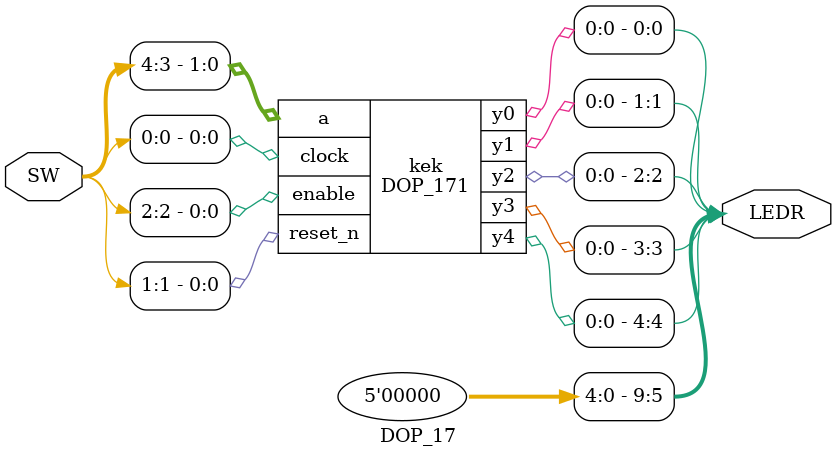
<source format=v>
module DOP_171
(
	input clock,
	input reset_n,
	input enable,
	input [1:0] a,
	output reg y0,
	output reg y1,
	output reg y2,
	output reg y3,
	output reg y4
);

    parameter [2:0] S0 = 3'b000, S1 = 3'b001, S2 = 3'b010, S3 = 3'b011;

    reg [2:0] state, next_state;

    // State register

    always @ (posedge clock or negedge reset_n)
        if (! reset_n)
            state <= S0;
        else if (enable)
            state <= next_state;

    // Next state logic

    always @*
        case (state)
        
        S0:
				case (a)
				2'b00:
					next_state = S1;
            2'b01:
					next_state = S2;
				2'b10:
					next_state = S2;
				2'b11:
					next_state = S2; 
				endcase

        S1:
				case (a)
				2'b00:
					next_state = S2;
            2'b01:
					next_state = S1;
				2'b10:
					next_state = S2;
				2'b11:
					next_state = S1;
				endcase

        S2:
				case (a)
				2'b00:
					next_state = S1;
            2'b01:
					next_state = S0;
				2'b10:
					next_state = S2;
				2'b11:
					next_state = S2; 
				endcase
					
        S3:
		  		case (a)
				2'b00:
					next_state = S1;
            2'b01:
					next_state = S0;
				2'b10:
					next_state = S3;
				2'b11:
					next_state = S3; 
				endcase	 

        default:

            next_state = S0;

        endcase

    // Output logic based on current state

    always @ (posedge clock or negedge reset_n)
    begin
		if (! reset_n)
			begin
				y0 <= 0;
				y1 <= 0;
				y2 <= 0;
				y3 <= 0;
			end
		
		else if (enable)
			begin
				y0 <= 0;
				y1 <= 0;
				y2 <= 0;
				y3 <= 0;
			case (state)
				S0:
					if (a == 2'b00)
						y0 <= 1;
					else if (a == 2'b01)
						y0 <= 1;
					else if (a == 2'b10)
						y0 <= 1;
					else if (a == 2'b11)
						y0 <= 1;

				S1:
					if (a == 2'b00)
						y1 <= 1;
					else if (a == 2'b01)
						y1 <= 1;
					else if (a == 2'b10)
						y1 <= 1;
					else if (a == 2'b11)
						y1 <= 1;

				S2:
					if (a == 2'b00)
						y0 <= 1;
					else if (a == 2'b01)
						y0 <= 1;
					else if (a == 2'b10)
						y0 <= 1;
					else if (a == 2'b11)
						y0 <= 1;

				S3:
					if (a == 2'b00)
						y2 <= 1;
					else if (a == 2'b01)
						y2 <= 1;
					else if (a == 2'b10)
						y2 <= 1;
					else if (a == 2'b11)
						y2 <= 1;
			endcase
		end
		end
endmodule

module DOP_17
(
input [4:0] SW,
output [9:0] LEDR
);

assign LEDR[9:5] = 0;
DOP_171 kek
(
.clock(SW[0]),
.reset_n(SW[1]),
.enable(SW[2]),
.a(SW[4:3]),
.y0(LEDR[0]),
.y1(LEDR[1]),
.y2(LEDR[2]),
.y3(LEDR[3]),
.y4(LEDR[4])
);
endmodule
</source>
